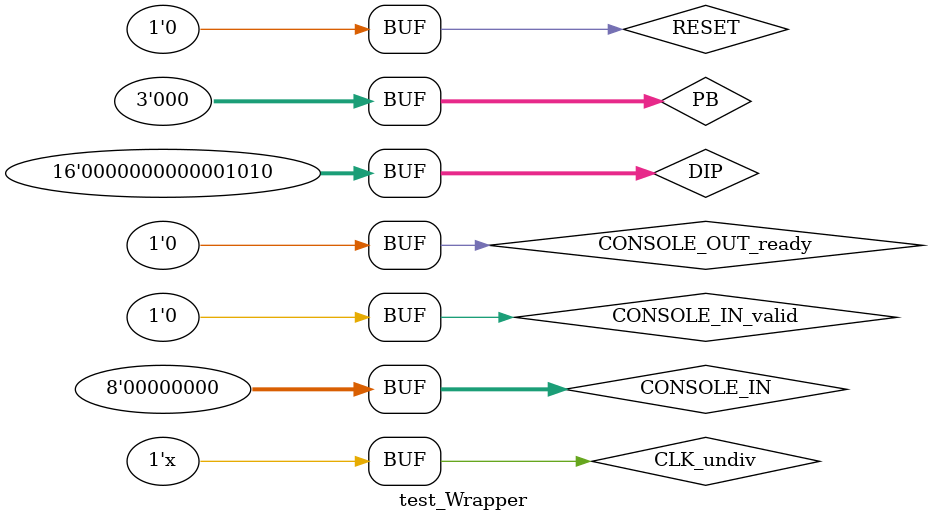
<source format=v>
`timescale 1ns / 1ps
/*
----------------------------------------------------------------------------------
--	(c) Thao Nguyen and Rajesh Panicker
--	License terms :
--	You are free to use this code as long as you
--		(i) DO NOT post it on any public repository;
--		(ii) use it only for educational purposes;
--		(iii) accept the responsibility to ensure that your implementation does not violate any intellectual property of ARM Holdings or other entities.
--		(iv) accept that the program is provided "as is" without warranty of any kind or assurance regarding its suitability for any particular purpose;
--		(v) send an email to rajesh.panicker@ieee.org briefly mentioning its use (except when used for the course CG3207 at the National University of Singapore);
--		(vi) retain this notice in this file or any files derived from this.
----------------------------------------------------------------------------------
*/
module test_Wrapper #(
	   parameter N_LEDs_OUT	= 8,					
	   parameter N_DIPs		= 16,
	   parameter N_PBs		= 3 
	)
	(
	);
	
	// Signals for the Unit Under Test (UUT)
	reg  [N_DIPs-1:0] DIP = 0;		
	reg  [N_PBs-1:0] PB = 0;			
	wire [N_LEDs_OUT-1:0] LED_OUT;
	wire [6:0] LED_PC;			
	wire [31:0] SEVENSEGHEX;	
	wire [7:0] CONSOLE_OUT;
	reg  CONSOLE_OUT_ready = 0;
	wire CONSOLE_OUT_valid;
	reg  [7:0] CONSOLE_IN = 0;
	reg  CONSOLE_IN_valid = 0;
	wire CONSOLE_IN_ack;
	reg  RESET = 0;					
	reg  CLK_undiv = 0;				
	
	// Instantiate UUT
	Wrapper dut(DIP, PB, LED_OUT, LED_PC, SEVENSEGHEX, CONSOLE_OUT, CONSOLE_OUT_ready, CONSOLE_OUT_valid, CONSOLE_IN, CONSOLE_IN_valid, CONSOLE_IN_ack, RESET, CLK_undiv) ;
	
	// STIMULI
    initial
    begin
        DIP = 10; 
    end 
	
	// GENERATE CLOCK       
    always          
    begin
       #5 CLK_undiv = ~CLK_undiv ; // invert clk every 5 time units 
    end
    
endmodule

</source>
